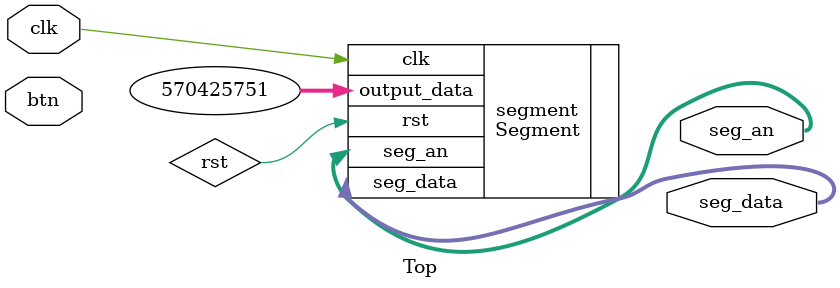
<source format=v>
module Top (
    input        clk,
    input        btn,
    output [2:0] seg_an,
    output [3:0] seg_data
);

Segment segment(
    .clk(clk),
    .rst(rst),
    .output_data(32'h22000197),
    .seg_data(seg_data),
    .seg_an(seg_an)
);
    
endmodule
</source>
